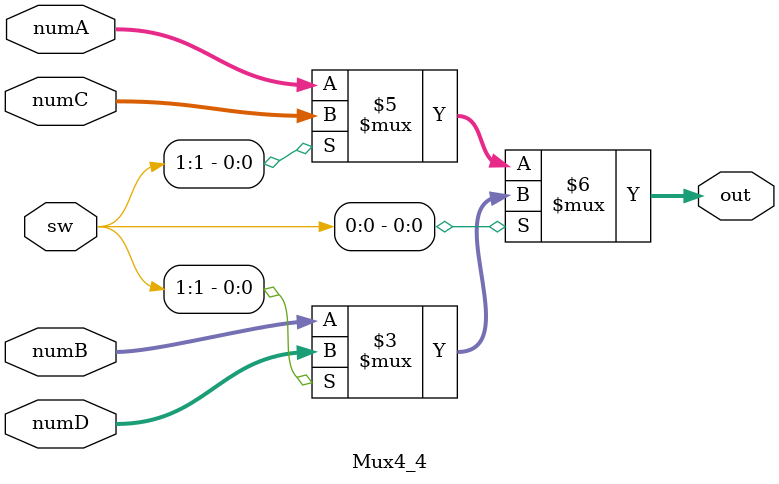
<source format=v>
`timescale 1ns / 1ps
module Mux4_4(
    input [3:0] numA,
	 input [3:0] numB,
	 input [3:0] numC,
	 input [3:0] numD,
    input [1:0] sw,
    output [3:0] out
    );
	 assign out = (sw[0] == 1) ? (sw[1] == 1 ? numD : numB) : (sw[1] == 1 ? numC : numA);
	 
endmodule

</source>
